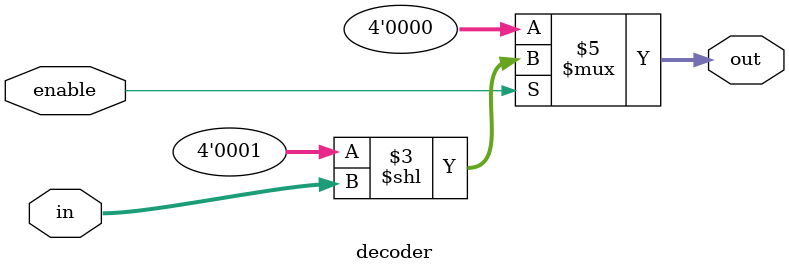
<source format=v>

module decoder #(
    parameter m = 2,
    parameter n = 4
) (
    input [m-1:0] in,
    input enable,
    output reg [n-1:0] out
);
    always @(*) begin
        if(!enable) out = {n{1'b0}};
        else out = {{n-1{1'b0}},1'b1} << in;
    end

endmodule
</source>
